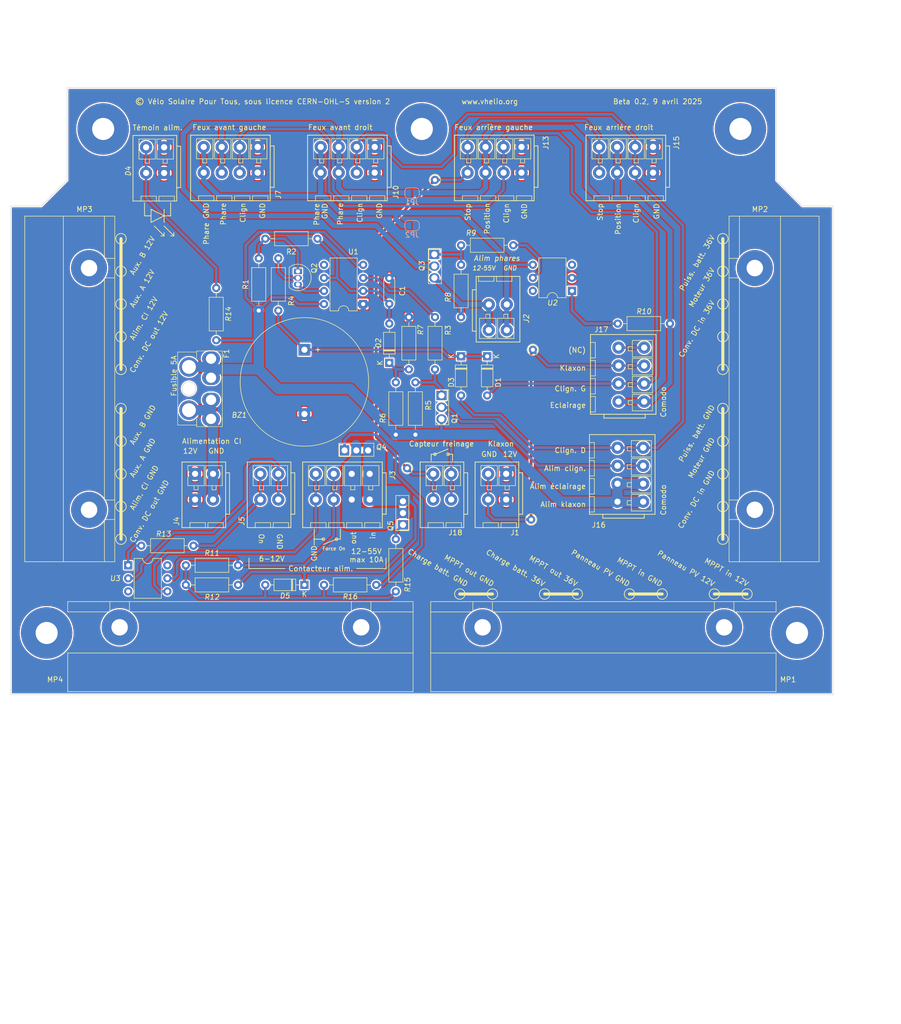
<source format=kicad_pcb>
(kicad_pcb (version 20211014) (generator pcbnew)

  (general
    (thickness 1.6)
  )

  (paper "A4")
  (layers
    (0 "F.Cu" signal)
    (31 "B.Cu" signal)
    (32 "B.Adhes" user "B.Adhesive")
    (33 "F.Adhes" user "F.Adhesive")
    (34 "B.Paste" user)
    (35 "F.Paste" user)
    (36 "B.SilkS" user "B.Silkscreen")
    (37 "F.SilkS" user "F.Silkscreen")
    (38 "B.Mask" user)
    (39 "F.Mask" user)
    (40 "Dwgs.User" user "User.Drawings")
    (41 "Cmts.User" user "User.Comments")
    (42 "Eco1.User" user "User.Eco1")
    (43 "Eco2.User" user "User.Eco2")
    (44 "Edge.Cuts" user)
    (45 "Margin" user)
    (46 "B.CrtYd" user "B.Courtyard")
    (47 "F.CrtYd" user "F.Courtyard")
    (48 "B.Fab" user)
    (49 "F.Fab" user)
    (50 "User.1" user)
    (51 "User.2" user)
    (52 "User.3" user)
    (53 "User.4" user)
    (54 "User.5" user)
    (55 "User.6" user)
    (56 "User.7" user)
    (57 "User.8" user)
    (58 "User.9" user)
  )

  (setup
    (stackup
      (layer "F.SilkS" (type "Top Silk Screen"))
      (layer "F.Paste" (type "Top Solder Paste"))
      (layer "F.Mask" (type "Top Solder Mask") (thickness 0.01))
      (layer "F.Cu" (type "copper") (thickness 0.035))
      (layer "dielectric 1" (type "core") (thickness 1.51) (material "FR4") (epsilon_r 4.5) (loss_tangent 0.02))
      (layer "B.Cu" (type "copper") (thickness 0.035))
      (layer "B.Mask" (type "Bottom Solder Mask") (thickness 0.01))
      (layer "B.Paste" (type "Bottom Solder Paste"))
      (layer "B.SilkS" (type "Bottom Silk Screen"))
      (copper_finish "None")
      (dielectric_constraints no)
    )
    (pad_to_mask_clearance 0)
    (pcbplotparams
      (layerselection 0x00010e0_ffffffff)
      (disableapertmacros false)
      (usegerberextensions false)
      (usegerberattributes true)
      (usegerberadvancedattributes true)
      (creategerberjobfile true)
      (svguseinch false)
      (svgprecision 6)
      (excludeedgelayer true)
      (plotframeref false)
      (viasonmask false)
      (mode 1)
      (useauxorigin false)
      (hpglpennumber 1)
      (hpglpenspeed 20)
      (hpglpendiameter 15.000000)
      (dxfpolygonmode true)
      (dxfimperialunits true)
      (dxfusepcbnewfont true)
      (psnegative false)
      (psa4output false)
      (plotreference true)
      (plotvalue true)
      (plotinvisibletext false)
      (sketchpadsonfab false)
      (subtractmaskfromsilk false)
      (outputformat 1)
      (mirror false)
      (drillshape 0)
      (scaleselection 1)
      (outputdirectory "")
    )
  )

  (net 0 "")
  (net 1 "GND")
  (net 2 "Net-(F1-Pad2)")
  (net 3 "Net-(D1-Pad2)")
  (net 4 "Net-(D3-Pad2)")
  (net 5 "/Phares")
  (net 6 "Net-(J13-Pad4)")
  (net 7 "Net-(J1-Pad2)")
  (net 8 "/Flasher/Out")
  (net 9 "unconnected-(J17-Pad4)")
  (net 10 "/12V_5A")
  (net 11 "Net-(Q1-Pad1)")
  (net 12 "Net-(C1-Pad1)")
  (net 13 "Net-(Q2-Pad1)")
  (net 14 "unconnected-(U1-Pad5)")
  (net 15 "Net-(Q2-Pad2)")
  (net 16 "/Flasher/Enable")
  (net 17 "Net-(Q2-Pad3)")
  (net 18 "Net-(R3-Pad1)")
  (net 19 "Net-(D2-Pad1)")
  (net 20 "Net-(J2-Pad1)")
  (net 21 "Net-(J10-Pad4)")
  (net 22 "Net-(J10-Pad3)")
  (net 23 "Net-(Q3-Pad1)")
  (net 24 "Net-(R9-Pad2)")
  (net 25 "Net-(R10-Pad1)")
  (net 26 "unconnected-(U2-Pad3)")
  (net 27 "unconnected-(U2-Pad6)")
  (net 28 "Net-(D4-Pad2)")
  (net 29 "/Conv12V_In.Vbatt")
  (net 30 "Net-(R11-Pad1)")
  (net 31 "Net-(Q4-Pad1)")
  (net 32 "Net-(J3-Pad3)")
  (net 33 "Net-(R13-Pad1)")
  (net 34 "unconnected-(U3-Pad3)")
  (net 35 "unconnected-(U3-Pad6)")
  (net 36 "Net-(J3-Pad4)")
  (net 37 "Net-(J5-Pad1)")
  (net 38 "Net-(J5-Pad2)")
  (net 39 "Net-(Q5-Pad1)")
  (net 40 "Net-(D5-Pad1)")

  (footprint "circuit:Wago_221-500_SplicingConnectorHolder" (layer "F.Cu") (at 95.25 82.55 90))

  (footprint "Resistor_THT:R_Axial_DIN0207_L6.3mm_D2.5mm_P10.16mm_Horizontal" (layer "F.Cu") (at 105.41 113.03))

  (footprint "circuit:MountingHole_5mm" (layer "F.Cu") (at 87 130))

  (footprint "circuit:Buzzer_25x16_12.5" (layer "F.Cu") (at 137.16 74.93 -90))

  (footprint "circuit:TO-251-3_Vertical" (layer "F.Cu") (at 144.97 94.5))

  (footprint "Resistor_THT:R_Axial_DIN0207_L6.3mm_D2.5mm_P10.16mm_Horizontal" (layer "F.Cu") (at 114.08 116.84))

  (footprint "Diode_THT:D_DO-35_SOD27_P7.62mm_Horizontal" (layer "F.Cu") (at 137.16 120.65 180))

  (footprint "circuit:Generic_FuseHolder_MINI" (layer "F.Cu") (at 118.99 76.675 -90))

  (footprint "Resistor_THT:R_Axial_DIN0207_L6.3mm_D2.5mm_P10.16mm_Horizontal" (layer "F.Cu") (at 167.64 68.58 90))

  (footprint "Resistor_THT:R_Axial_DIN0207_L6.3mm_D2.5mm_P10.16mm_Horizontal" (layer "F.Cu") (at 124.24 120.65 180))

  (footprint "circuit:TerminalBlock_Wago_2601-3102_1x02_P3.50mm_Vertical" (layer "F.Cu") (at 119.38 104.06 180))

  (footprint "Resistor_THT:R_Axial_DIN0207_L6.3mm_D2.5mm_P10.16mm_Horizontal" (layer "F.Cu") (at 162.56 68.58 -90))

  (footprint "circuit:MountingHole_5mm" (layer "F.Cu") (at 98 32))

  (footprint "circuit:TerminalBlock_Wago_2601-3104_1x04_P3.50mm_Vertical" (layer "F.Cu") (at 179.4 40.5 180))

  (footprint "Package_DIP:DIP-8_W7.62mm" (layer "F.Cu") (at 148.59 66.04 180))

  (footprint "circuit:TerminalBlock_Wago_2601-3102_1x02_P3.50mm_Vertical" (layer "F.Cu") (at 109.855 40.56 180))

  (footprint "circuit:Strap_D2.0mm_Drill1.0mm" (layer "F.Cu") (at 181.27 107.95))

  (footprint "circuit:TerminalBlock_Wago_2601-3104_1x04_P3.50mm_Vertical" (layer "F.Cu") (at 205 40.5 180))

  (footprint "Resistor_THT:R_Axial_DIN0207_L6.3mm_D2.5mm_P10.16mm_Horizontal" (layer "F.Cu") (at 167.64 54.61))

  (footprint "circuit:MountingHole_5mm" (layer "F.Cu") (at 222 32))

  (footprint "Diode_THT:D_DO-35_SOD27_P7.62mm_Horizontal" (layer "F.Cu") (at 172.72 76.2 -90))

  (footprint "Resistor_THT:R_Axial_DIN0207_L6.3mm_D2.5mm_P10.16mm_Horizontal" (layer "F.Cu") (at 198.12 69.85))

  (footprint "circuit:TO-92L_Inline" (layer "F.Cu") (at 135.89 59.69 -90))

  (footprint "circuit:TerminalBlock_Wago_2601-3104_1x04_P3.50mm_Vertical" (layer "F.Cu") (at 128.06 40.5 180))

  (footprint "circuit:TO-251-3_Vertical" (layer "F.Cu") (at 162.44 56.38 -90))

  (footprint "Resistor_THT:R_Axial_DIN0207_L6.3mm_D2.5mm_P10.16mm_Horizontal" (layer "F.Cu") (at 157.48 78.74 90))

  (footprint "circuit:TerminalBlock_Wago_2601-3102_1x02_P3.50mm_Vertical" (layer "F.Cu") (at 132.08 104.06 180))

  (footprint "circuit:TerminalBlock_Wago_2601-3104_1x04_P3.50mm_Vertical" (layer "F.Cu") (at 198.07 104.480004 90))

  (footprint "Resistor_THT:R_Axial_DIN0207_L6.3mm_D2.5mm_P10.16mm_Horizontal" (layer "F.Cu") (at 158.75 91.44 90))

  (footprint "circuit:TerminalBlock_Wago_2601-3104_1x04_P3.50mm_Vertical" (layer "F.Cu") (at 149.86 104.06 180))

  (footprint "Resistor_THT:R_Axial_DIN0207_L6.3mm_D2.5mm_P10.16mm_Horizontal" (layer "F.Cu") (at 154.94 121.92 90))

  (footprint "circuit:TO-251-3_Vertical" (layer "F.Cu") (at 156.33 108.97 90))

  (footprint "Package_DIP:DIP-6_W7.62mm" (layer "F.Cu") (at 102.87 116.84))

  (footprint "circuit:Wago_221-500_SplicingConnectorHolder" (layer "F.Cu") (at 224.79 82.55 -90))

  (footprint "Resistor_THT:R_Axial_DIN0207_L6.3mm_D2.5mm_P10.16mm_Horizontal" (layer "F.Cu") (at 132.08 57.15 -90))

  (footprint "circuit:MountingHole_5mm" (layer "F.Cu") (at 160 32))

  (footprint "Resistor_THT:R_Axial_DIN0207_L6.3mm_D2.5mm_P10.16mm_Horizontal" (layer "F.Cu") (at 154.94 91.44 90))

  (footprint "circuit:Strap_D2.0mm_Drill1.0mm" (layer "F.Cu") (at 157.14 97.96))

  (footprint "Resistor_THT:R_Axial_DIN0207_L6.3mm_D2.5mm_P10.16mm_Horizontal" (layer "F.Cu") (at 128.27 67.31 90))

  (footprint "Resistor_THT:R_Axial_DIN0207_L6.3mm_D2.5mm_P10.16mm_Horizontal" (layer "F.Cu") (at 129.54 53.34))

  (footprint "circuit:Strap_D2.0mm_Drill1.0mm" (layer "F.Cu")
    (tedit 67A2486A) (tstamp aebf1450-7f8
... [1565386 chars truncated]
</source>
